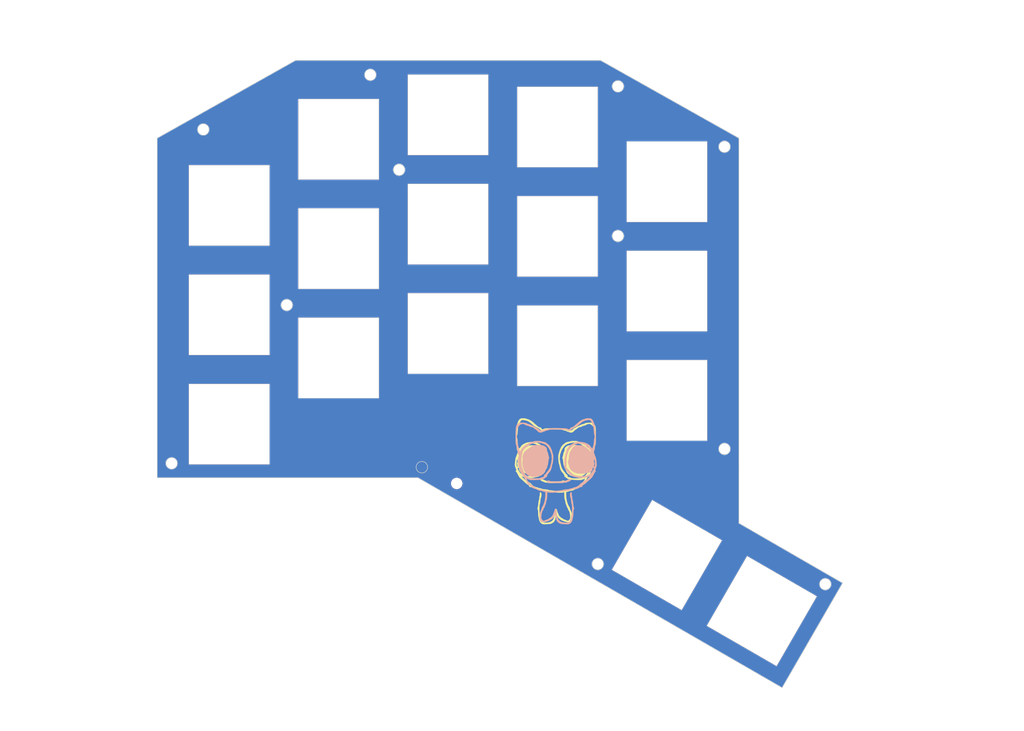
<source format=kicad_pcb>
(kicad_pcb (version 20221018) (generator pcbnew)
  (title_block (title "Eobard Split Keyboard") (date "2023-12-10") (rev "2.2") (company "by viniciusbrit"))
  (layers (0 "F.Cu" signal) (31 "B.Cu" signal) (34 "B.Paste" user) (35 "F.Paste" user) (36 "B.SilkS" user "B.Silkscreen") (37 "F.SilkS" user "F.Silkscreen") (38 "B.Mask" user) (39 "F.Mask" user) (44 "Edge.Cuts" user))
  (net 0 "")
  (net 1 "GND")
  (footprint "Cherry-MX-Plate-Hole:Cherry-MX-Plate-Hole" (layer "F.Cu") (at 166.5 79.07)
    (fp_text reference "REF**" hide)
    (fp_text value "Cherry-MX-Plate-Hole" hide)
    (fp_line (start -7 -7) (end -7 7) (stroke (width 0.05)) (layer "Edge.Cuts"))
    (fp_line (start -7 7) (end 7 7) (stroke (width 0.05)) (layer "Edge.Cuts"))
    (fp_line (start 7 -7) (end -7 -7) (stroke (width 0.05)) (layer "Edge.Cuts"))
    (fp_line (start 7 -7) (end 7 7) (stroke (width 0.05)) (layer "Edge.Cuts"))
  )
  (footprint "Cherry-MX-Plate-Hole:Cherry-MX-Plate-Hole" (layer "F.Cu") (at 109.5 90.695)
    (fp_text reference "REF**" hide)
    (fp_text value "Cherry-MX-Plate-Hole" hide)
    (fp_line (start -7 -7) (end -7 7) (stroke (width 0.05)) (layer "Edge.Cuts"))
    (fp_line (start -7 7) (end 7 7) (stroke (width 0.05)) (layer "Edge.Cuts"))
    (fp_line (start 7 -7) (end -7 -7) (stroke (width 0.05)) (layer "Edge.Cuts"))
    (fp_line (start 7 -7) (end 7 7) (stroke (width 0.05)) (layer "Edge.Cuts"))
  )
  (footprint "Cherry-MX-Plate-Hole:Cherry-MX-Plate-Hole" (layer "F.Cu") (at 166.5 60.07)
    (fp_text reference "REF**" hide)
    (fp_text value "Cherry-MX-Plate-Hole" hide)
    (fp_line (start -7 -7) (end -7 7) (stroke (width 0.05)) (layer "Edge.Cuts"))
    (fp_line (start -7 7) (end 7 7) (stroke (width 0.05)) (layer "Edge.Cuts"))
    (fp_line (start 7 -7) (end -7 -7) (stroke (width 0.05)) (layer "Edge.Cuts"))
    (fp_line (start 7 -7) (end 7 7) (stroke (width 0.05)) (layer "Edge.Cuts"))
  )
  (footprint "Cherry-MX-Plate-Hole:Cherry-MX-Plate-Hole" (layer "F.Cu") (at 109.5 52.695)
    (fp_text reference "REF**" hide)
    (fp_text value "Cherry-MX-Plate-Hole" hide)
    (fp_line (start -7 -7) (end -7 7) (stroke (width 0.05)) (layer "Edge.Cuts"))
    (fp_line (start -7 7) (end 7 7) (stroke (width 0.05)) (layer "Edge.Cuts"))
    (fp_line (start 7 -7) (end -7 -7) (stroke (width 0.05)) (layer "Edge.Cuts"))
    (fp_line (start 7 -7) (end 7 7) (stroke (width 0.05)) (layer "Edge.Cuts"))
  )
  (footprint "Cherry-MX-Plate-Hole:Cherry-MX-Plate-Hole" (layer "F.Cu") (at 128.5 48.445)
    (fp_text reference "REF**" hide)
    (fp_text value "Cherry-MX-Plate-Hole" hide)
    (fp_line (start -7 -7) (end -7 7) (stroke (width 0.05)) (layer "Edge.Cuts"))
    (fp_line (start -7 7) (end 7 7) (stroke (width 0.05)) (layer "Edge.Cuts"))
    (fp_line (start 7 -7) (end -7 -7) (stroke (width 0.05)) (layer "Edge.Cuts"))
    (fp_line (start 7 -7) (end 7 7) (stroke (width 0.05)) (layer "Edge.Cuts"))
  )
  (footprint "Cherry-MX-Plate-Hole:Cherry-MX-Plate-Hole" (layer "F.Cu") (at 128.5 67.445)
    (fp_text reference "REF**" hide)
    (fp_text value "Cherry-MX-Plate-Hole" hide)
    (fp_line (start -7 -7) (end -7 7) (stroke (width 0.05)) (layer "Edge.Cuts"))
    (fp_line (start -7 7) (end 7 7) (stroke (width 0.05)) (layer "Edge.Cuts"))
    (fp_line (start 7 -7) (end -7 -7) (stroke (width 0.05)) (layer "Edge.Cuts"))
    (fp_line (start 7 -7) (end 7 7) (stroke (width 0.05)) (layer "Edge.Cuts"))
  )
  (footprint "Cherry-MX-Plate-Hole:Cherry-MX-Plate-Hole" (layer "F.Cu") (at 90.5 64.195)
    (fp_text reference "REF**" hide)
    (fp_text value "Cherry-MX-Plate-Hole" hide)
    (fp_line (start -7 -7) (end -7 7) (stroke (width 0.05)) (layer "Edge.Cuts"))
    (fp_line (start -7 7) (end 7 7) (stroke (width 0.05)) (layer "Edge.Cuts"))
    (fp_line (start 7 -7) (end -7 -7) (stroke (width 0.05)) (layer "Edge.Cuts"))
    (fp_line (start 7 -7) (end 7 7) (stroke (width 0.05)) (layer "Edge.Cuts"))
  )
  (footprint "Cherry-MX-Plate-Hole:Cherry-MX-Plate-Hole" (layer "F.Cu") (at 147.5 50.57)
    (fp_text reference "REF**" hide)
    (fp_text value "Cherry-MX-Plate-Hole" hide)
    (fp_line (start -7 -7) (end -7 7) (stroke (width 0.05)) (layer "Edge.Cuts"))
    (fp_line (start -7 7) (end 7 7) (stroke (width 0.05)) (layer "Edge.Cuts"))
    (fp_line (start 7 -7) (end -7 -7) (stroke (width 0.05)) (layer "Edge.Cuts"))
    (fp_line (start 7 -7) (end 7 7) (stroke (width 0.05)) (layer "Edge.Cuts"))
  )
  (footprint "Eobard-SVG-Files:ADHD-Creature" (layer "F.Cu") (at 147.2 109.8)
    (fp_text reference "G***" hide)
    (fp_text value "LOGO" hide)
  )
  (footprint "Cherry-MX-Plate-Hole:Cherry-MX-Plate-Hole" (layer "F.Cu") (at 147.5 88.57)
    (fp_text reference "REF**" hide)
    (fp_text value "Cherry-MX-Plate-Hole" hide)
    (fp_line (start -7 -7) (end -7 7) (stroke (width 0.05)) (layer "Edge.Cuts"))
    (fp_line (start -7 7) (end 7 7) (stroke (width 0.05)) (layer "Edge.Cuts"))
    (fp_line (start 7 -7) (end -7 -7) (stroke (width 0.05)) (layer "Edge.Cuts"))
    (fp_line (start 7 -7) (end 7 7) (stroke (width 0.05)) (layer "Edge.Cuts"))
  )
  (footprint "Cherry-MX-Plate-Hole:Cherry-MX-Plate-Hole" (layer "F.Cu") (at 90.5 102.195)
    (fp_text reference "REF**" hide)
    (fp_text value "Cherry-MX-Plate-Hole" hide)
    (fp_line (start -7 -7) (end -7 7) (stroke (width 0.05)) (layer "Edge.Cuts"))
    (fp_line (start -7 7) (end 7 7) (stroke (width 0.05)) (layer "Edge.Cuts"))
    (fp_line (start 7 -7) (end -7 -7) (stroke (width 0.05)) (layer "Edge.Cuts"))
    (fp_line (start 7 -7) (end 7 7) (stroke (width 0.05)) (layer "Edge.Cuts"))
  )
  (footprint "Cherry-MX-Plate-Hole:Cherry-MX-Plate-Hole" (layer "F.Cu") (at 166.5 124.94 150)
    (fp_text reference "REF**" hide)
    (fp_text value "Cherry-MX-Plate-Hole" hide)
    (fp_line (start -7 -7) (end -7 7) (stroke (width 0.05)) (layer "Edge.Cuts"))
    (fp_line (start -7 7) (end 7 7) (stroke (width 0.05)) (layer "Edge.Cuts"))
    (fp_line (start 7 -7) (end -7 -7) (stroke (width 0.05)) (layer "Edge.Cuts"))
    (fp_line (start 7 -7) (end 7 7) (stroke (width 0.05)) (layer "Edge.Cuts"))
  )
  (footprint "Cherry-MX-Plate-Hole:Cherry-MX-Plate-Hole" (layer "F.Cu") (at 109.5 71.695)
    (fp_text reference "REF**" hide)
    (fp_text value "Cherry-MX-Plate-Hole" hide)
    (fp_line (start -7 -7) (end -7 7) (stroke (width 0.05)) (layer "Edge.Cuts"))
    (fp_line (start -7 7) (end 7 7) (stroke (width 0.05)) (layer "Edge.Cuts"))
    (fp_line (start 7 -7) (end -7 -7) (stroke (width 0.05)) (layer "Edge.Cuts"))
    (fp_line (start 7 -7) (end 7 7) (stroke (width 0.05)) (layer "Edge.Cuts"))
  )
  (footprint "Cherry-MX-Plate-Hole:Cherry-MX-Plate-Hole" (layer "F.Cu") (at 128.5 86.445)
    (fp_text reference "REF**" hide)
    (fp_text value "Cherry-MX-Plate-Hole" hide)
    (fp_line (start -7 -7) (end -7 7) (stroke (width 0.05)) (layer "Edge.Cuts"))
    (fp_line (start -7 7) (end 7 7) (stroke (width 0.05)) (layer "Edge.Cuts"))
    (fp_line (start 7 -7) (end -7 -7) (stroke (width 0.05)) (layer "Edge.Cuts"))
    (fp_line (start 7 -7) (end 7 7) (stroke (width 0.05)) (layer "Edge.Cuts"))
  )
  (footprint "Cherry-MX-Plate-Hole:Cherry-MX-Plate-Hole" (layer "F.Cu") (at 147.5 69.57)
    (fp_text reference "REF**" hide)
    (fp_text value "Cherry-MX-Plate-Hole" hide)
    (fp_line (start -7 -7) (end -7 7) (stroke (width 0.05)) (layer "Edge.Cuts"))
    (fp_line (start -7 7) (end 7 7) (stroke (width 0.05)) (layer "Edge.Cuts"))
    (fp_line (start 7 -7) (end -7 -7) (stroke (width 0.05)) (layer "Edge.Cuts"))
    (fp_line (start 7 -7) (end 7 7) (stroke (width 0.05)) (layer "Edge.Cuts"))
  )
  (footprint "Cherry-MX-Plate-Hole:Cherry-MX-Plate-Hole" (layer "F.Cu") (at 182.976 134.673 150)
    (fp_text reference "REF**" hide)
    (fp_text value "Cherry-MX-Plate-Hole" hide)
    (fp_line (start -7 -7) (end -7 7) (stroke (width 0.05)) (layer "Edge.Cuts"))
    (fp_line (start -7 7) (end 7 7) (stroke (width 0.05)) (layer "Edge.Cuts"))
    (fp_line (start 7 -7) (end -7 -7) (stroke (width 0.05)) (layer "Edge.Cuts"))
    (fp_line (start 7 -7) (end 7 7) (stroke (width 0.05)) (layer "Edge.Cuts"))
  )
  (footprint "Cherry-MX-Plate-Hole:Cherry-MX-Plate-Hole" (layer "F.Cu") (at 90.5 83.195)
    (fp_text reference "REF**" hide)
    (fp_text value "Cherry-MX-Plate-Hole" hide)
    (fp_line (start -7 -7) (end -7 7) (stroke (width 0.05)) (layer "Edge.Cuts"))
    (fp_line (start -7 7) (end 7 7) (stroke (width 0.05)) (layer "Edge.Cuts"))
    (fp_line (start 7 -7) (end -7 -7) (stroke (width 0.05)) (layer "Edge.Cuts"))
    (fp_line (start 7 -7) (end 7 7) (stroke (width 0.05)) (layer "Edge.Cuts"))
  )
  (footprint "Cherry-MX-Plate-Hole:Cherry-MX-Plate-Hole" (layer "F.Cu") (at 166.5 98.07)
    (fp_text reference "REF**" hide)
    (fp_text value "Cherry-MX-Plate-Hole" hide)
    (fp_line (start -7 -7) (end -7 7) (stroke (width 0.05)) (layer "Edge.Cuts"))
    (fp_line (start -7 7) (end 7 7) (stroke (width 0.05)) (layer "Edge.Cuts"))
    (fp_line (start 7 -7) (end -7 -7) (stroke (width 0.05)) (layer "Edge.Cuts"))
    (fp_line (start 7 -7) (end 7 7) (stroke (width 0.05)) (layer "Edge.Cuts"))
  )
  (footprint "Eobard-SVG-Files:ADHD-Creature" (layer "B.Cu") (at 147.2 109.8 180)
    (fp_text reference "G***" hide)
    (fp_text value "LOGO" hide)
  )
  (gr_line (start 155 39) (end 102 39) (stroke (width 0.1)) (layer "Edge.Cuts"))
  (gr_circle (center 154.5 126.5) (end 154.5 127.5) (stroke (width 0.1)) (fill none) (layer "Edge.Cuts"))
  (gr_line (start 186.5 148) (end 197 129.8) (stroke (width 0.1)) (layer "Edge.Cuts"))
  (gr_circle (center 158 43.5) (end 158 44.5) (stroke (width 0.1)) (fill none) (layer "Edge.Cuts"))
  (gr_line (start 179 52.5) (end 179 109) (stroke (width 0.1)) (layer "Edge.Cuts"))
  (gr_line (start 78 111.5) (end 123.25 111.5) (stroke (width 0.1)) (layer "Edge.Cuts"))
  (gr_circle (center 115 41.5) (end 115 40.5) (stroke (width 0.1)) (fill none) (layer "Edge.Cuts"))
  (gr_circle (center 158 69.5) (end 158 70.5) (stroke (width 0.1)) (fill none) (layer "Edge.Cuts"))
  (gr_line (start 186.5 148) (end 123.25 111.5) (stroke (width 0.1)) (layer "Edge.Cuts"))
  (gr_line (start 179 52.5) (end 155 39) (stroke (width 0.1)) (layer "Edge.Cuts"))
  (gr_circle (center 176.5 106.5) (end 176.5 107.5) (stroke (width 0.1)) (fill none) (layer "Edge.Cuts"))
  (gr_circle (center 123.952 109.6772) (end 124.952 109.6772) (stroke (width 0.1)) (fill none) (layer "Edge.Cuts"))
  (gr_line (start 102 39) (end 78 52.5) (stroke (width 0.1)) (layer "Edge.Cuts"))
  (gr_circle (center 80.5 109) (end 80.5 110) (stroke (width 0.1)) (fill none) (layer "Edge.Cuts"))
  (gr_circle (center 86 51) (end 86 50) (stroke (width 0.1)) (fill none) (layer "Edge.Cuts"))
  (gr_line (start 78 52.5) (end 78 111.5) (stroke (width 0.1)) (layer "Edge.Cuts"))
  (gr_line (start 197 129.8) (end 179 119.4) (stroke (width 0.1)) (layer "Edge.Cuts"))
  (gr_circle (center 176.5 54) (end 176.5 53) (stroke (width 0.1)) (fill none) (layer "Edge.Cuts"))
  (gr_circle (center 120 58) (end 120 59) (stroke (width 0.1)) (fill none) (layer "Edge.Cuts"))
  (gr_circle (center 100.5 81.5) (end 100.5 82.5) (stroke (width 0.1)) (fill none) (layer "Edge.Cuts"))
  (gr_circle (center 194 130) (end 194 131) (stroke (width 0.1)) (fill none) (layer "Edge.Cuts"))
  (gr_line (start 179 119.4) (end 179 109) (stroke (width 0.1)) (layer "Edge.Cuts"))
  (zone (net 1) (net_name "GND") (layers "F&B.Cu") (connect_pads (clearance 0.5)) (min_thickness 0.25) (fill yes (thermal_gap 0.5) (thermal_bridge_width 0.5))
    (polygon (pts (xy 50.7 28.5) (xy 228.5 28.5) (xy 228.5 155.5) (xy 50.7 155.5)))
  )
)
</source>
